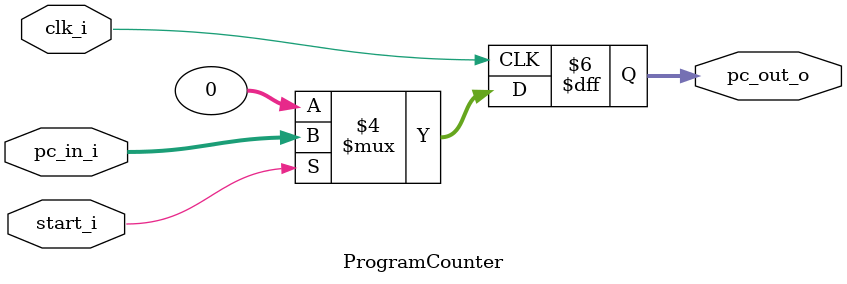
<source format=v>

module ProgramCounter(
    clk_i,
	start_i,
	pc_in_i,
	pc_out_o
	);
     
//I/O ports
input           clk_i;
input	        start_i;
input  [32-1:0] pc_in_i;
output [32-1:0] pc_out_o;
 
//Internal Signals
reg    [32-1:0] pc_out_o;
 
//Parameter

    
//Main function
always @(posedge clk_i) begin
    if(~start_i)
	    pc_out_o <= 0;
	else
	    pc_out_o <= pc_in_i;
end

endmodule



                    
                    

</source>
